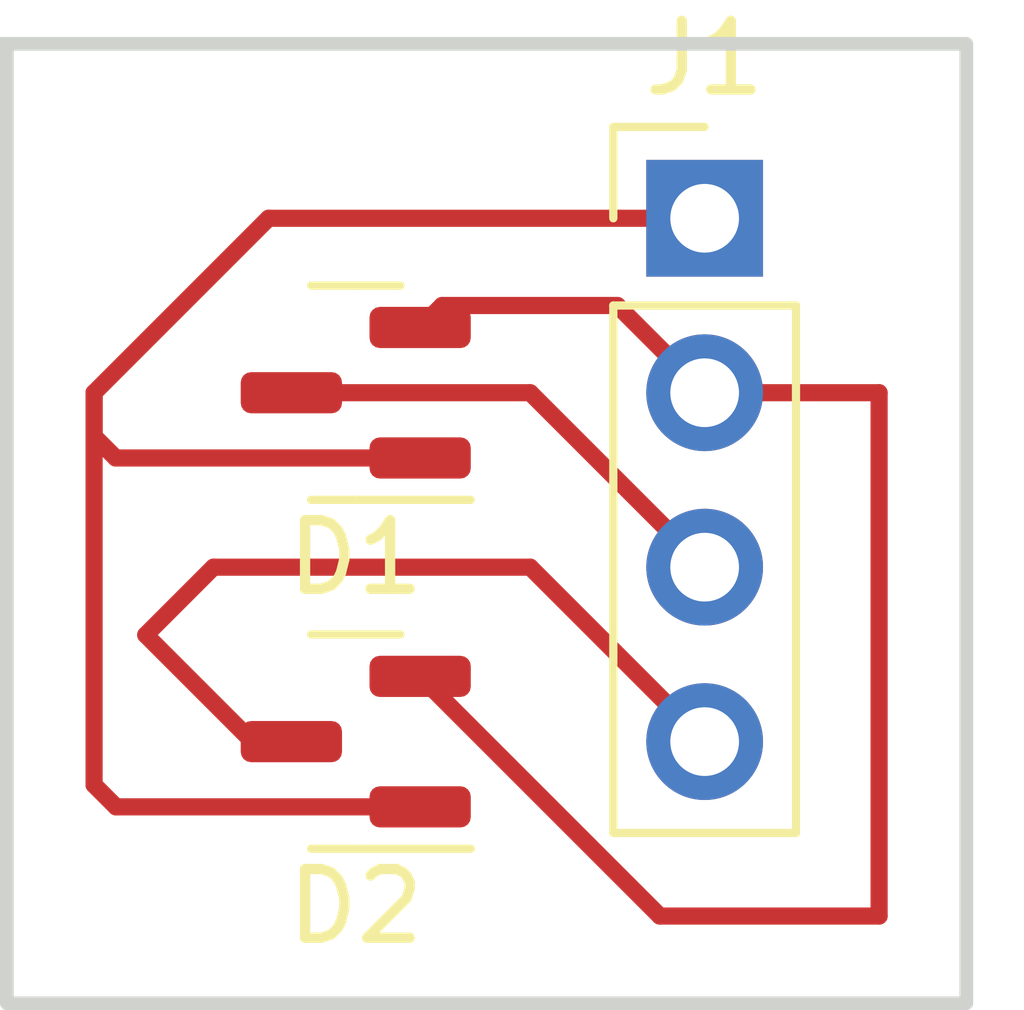
<source format=kicad_pcb>
(kicad_pcb (version 20211014) (generator pcbnew)
  (layers (0 "F.Cu" signal) (31 "B.Cu" signal) (34 "B.Paste" user) (35 "F.Paste" user) (36 "B.SilkS" user "B.Silkscreen") (37 "F.SilkS" user "F.Silkscreen") (38 "B.Mask" user) (39 "F.Mask" user) (44 "Edge.Cuts" user))
  (net 0 "")
  (net 1 "Net-(D1-Pad1)")
  (net 2 "Net-(D1-Pad2)")
  (net 3 "Net-(D1-Pad3)")
  (net 4 "Net-(D2-Pad3)")
  (footprint "Connector_PinHeader_2.54mm:PinHeader_1x04_P2.54mm_Vertical" (layer "F.Cu") (at 127 91.44)
    (fp_text reference "J1" (at 0 -2.33) (layer "F.SilkS"))
    (fp_text value "Conn_01x04")
    (fp_line (start -1.33 8.95) (end 1.33 8.95) (layer "F.SilkS") (width 0.12))
    (fp_line (start -1.33 1.27) (end -1.33 8.95) (layer "F.SilkS") (width 0.12))
    (fp_line (start -1.33 1.27) (end 1.33 1.27) (layer "F.SilkS") (width 0.12))
    (fp_line (start -1.33 0) (end -1.33 -1.33) (layer "F.SilkS") (width 0.12))
    (fp_line (start 1.33 1.27) (end 1.33 8.95) (layer "F.SilkS") (width 0.12))
    (fp_line (start -1.33 -1.33) (end 0 -1.33) (layer "F.SilkS") (width 0.12))
    (pad "1" thru_hole rect (at 0 0) (size 1.7 1.7) (drill 1) (layers *.Cu *.Mask) (net 1 "Net-(D1-Pad1)"))
    (pad "2" thru_hole oval (at 0 2.54) (size 1.7 1.7) (drill 1) (layers *.Cu *.Mask) (net 2 "Net-(D1-Pad2)"))
    (pad "3" thru_hole oval (at 0 5.08) (size 1.7 1.7) (drill 1) (layers *.Cu *.Mask) (net 3 "Net-(D1-Pad3)"))
    (pad "4" thru_hole oval (at 0 7.62) (size 1.7 1.7) (drill 1) (layers *.Cu *.Mask) (net 4 "Net-(D2-Pad3)"))
  )
  (footprint "Package_TO_SOT_SMD:SOT-23" (layer "F.Cu") (at 121.92 93.98 180)
    (fp_text reference "D1" (at 0 -2.4) (layer "F.SilkS"))
    (fp_text value "BAT54S")
    (fp_line (start 0 -1.56) (end -1.675 -1.56) (layer "F.SilkS") (width 0.12))
    (fp_line (start 0 1.56) (end -0.65 1.56) (layer "F.SilkS") (width 0.12))
    (fp_line (start 0 -1.56) (end 0.65 -1.56) (layer "F.SilkS") (width 0.12))
    (fp_line (start 0 1.56) (end 0.65 1.56) (layer "F.SilkS") (width 0.12))
    (pad "1" smd roundrect (at -0.9375 -0.95 180) (size 1.475 0.6) (layers "F.Cu" "F.Paste" "F.Mask") (net 1 "Net-(D1-Pad1)"))
    (pad "2" smd roundrect (at -0.9375 0.95 180) (size 1.475 0.6) (layers "F.Cu" "F.Paste" "F.Mask") (net 2 "Net-(D1-Pad2)"))
    (pad "3" smd roundrect (at 0.9375 0 180) (size 1.475 0.6) (layers "F.Cu" "F.Paste" "F.Mask") (net 3 "Net-(D1-Pad3)"))
  )
  (footprint "Package_TO_SOT_SMD:SOT-23" (layer "F.Cu") (at 121.92 99.06 180)
    (fp_text reference "D2" (at 0 -2.4) (layer "F.SilkS"))
    (fp_text value "BAT54S")
    (fp_line (start 0 -1.56) (end 0.65 -1.56) (layer "F.SilkS") (width 0.12))
    (fp_line (start 0 1.56) (end -0.65 1.56) (layer "F.SilkS") (width 0.12))
    (fp_line (start 0 -1.56) (end -1.675 -1.56) (layer "F.SilkS") (width 0.12))
    (fp_line (start 0 1.56) (end 0.65 1.56) (layer "F.SilkS") (width 0.12))
    (pad "1" smd roundrect (at -0.9375 -0.95 180) (size 1.475 0.6) (layers "F.Cu" "F.Paste" "F.Mask") (net 1 "Net-(D1-Pad1)"))
    (pad "2" smd roundrect (at -0.9375 0.95 180) (size 1.475 0.6) (layers "F.Cu" "F.Paste" "F.Mask") (net 2 "Net-(D1-Pad2)"))
    (pad "3" smd roundrect (at 0.9375 0 180) (size 1.475 0.6) (layers "F.Cu" "F.Paste" "F.Mask") (net 4 "Net-(D2-Pad3)"))
  )
  (gr_rect (start 116.84 88.9) (end 130.81 102.87) (layer "Edge.Cuts") (width 0.2) (fill none))
  (segment (start 118.425 94.93) (end 118.11 94.615) (width 0.25) (layer "F.Cu") (net 1))
  (segment (start 122.8575 100.01) (end 118.43 100.01) (width 0.25) (layer "F.Cu") (net 1))
  (segment (start 118.43 100.01) (end 118.11 99.69) (width 0.25) (layer "F.Cu") (net 1))
  (segment (start 120.65 91.44) (end 127 91.44) (width 0.25) (layer "F.Cu") (net 1))
  (segment (start 118.11 93.98) (end 120.65 91.44) (width 0.25) (layer "F.Cu") (net 1))
  (segment (start 118.11 99.69) (end 118.11 93.98) (width 0.25) (layer "F.Cu") (net 1))
  (segment (start 118.11 94.615) (end 118.11 93.98) (width 0.25) (layer "F.Cu") (net 1))
  (segment (start 122.8575 94.93) (end 118.425 94.93) (width 0.25) (layer "F.Cu") (net 1))
  (segment (start 129.54 101.6) (end 129.54 93.98) (width 0.25) (layer "F.Cu") (net 2))
  (segment (start 126.3475 101.6) (end 129.54 101.6) (width 0.25) (layer "F.Cu") (net 2))
  (segment (start 122.8575 98.11) (end 126.3475 101.6) (width 0.25) (layer "F.Cu") (net 2))
  (segment (start 125.73 92.71) (end 127 93.98) (width 0.25) (layer "F.Cu") (net 2))
  (segment (start 123.1775 92.71) (end 125.73 92.71) (width 0.25) (layer "F.Cu") (net 2))
  (segment (start 129.54 93.98) (end 127 93.98) (width 0.25) (layer "F.Cu") (net 2))
  (segment (start 122.8575 93.03) (end 123.1775 92.71) (width 0.25) (layer "F.Cu") (net 2))
  (segment (start 124.46 93.98) (end 127 96.52) (width 0.25) (layer "F.Cu") (net 3))
  (segment (start 120.9825 93.98) (end 124.46 93.98) (width 0.25) (layer "F.Cu") (net 3))
  (segment (start 124.46 96.52) (end 127 99.06) (width 0.25) (layer "F.Cu") (net 4))
  (segment (start 119.84875 96.52) (end 124.46 96.52) (width 0.25) (layer "F.Cu") (net 4))
  (segment (start 118.862187 97.506563) (end 119.84875 96.52) (width 0.25) (layer "F.Cu") (net 4))
  (segment (start 120.415625 99.06) (end 118.862187 97.506563) (width 0.25) (layer "F.Cu") (net 4))
  (segment (start 120.9825 99.06) (end 120.415625 99.06) (width 0.25) (layer "F.Cu") (net 4))
)
</source>
